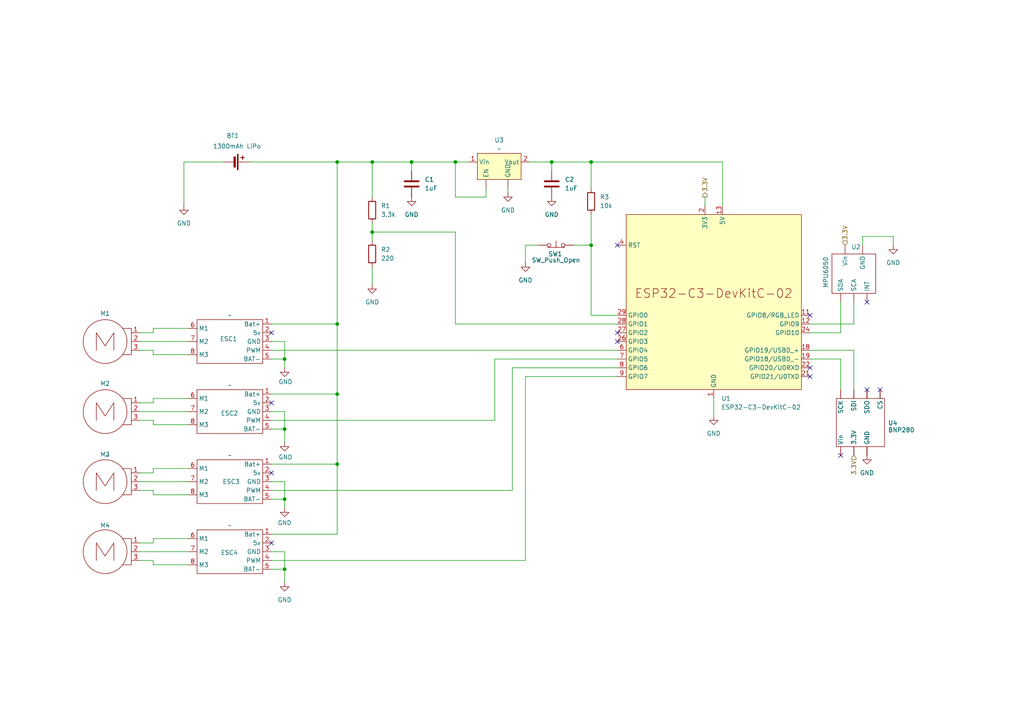
<source format=kicad_sch>
(kicad_sch (version 20231120) (generator "eeschema") (generator_version "8.0")
  (paper "A4")
  (title_block (title "Drone Schematic Period 2") (date "2024-12-20") (rev "1") (company "JS Drone Tech"))
  (lib_symbols
    (symbol "Device:Battery_Cell" (pin_numbers hide) (pin_names (offset 0) hide)
      (property "Reference" "BT" (at 2.54 2.54 0))
      (property "Value" "Battery_Cell" (at 2.54 0 0))
      (symbol "Battery_Cell_0_1"
        (rectangle (start -2.286 1.778) (end 2.286 1.524) (fill (type outline)))
        (rectangle (start -1.524 1.016) (end 1.524 0.508) (fill (type outline)))
        (polyline (pts (xy 0 0.762) (xy 0 0)))
        (polyline (pts (xy 0 1.778) (xy 0 2.54)))
        (polyline (pts (xy 0.762 3.048) (xy 1.778 3.048)) (stroke (width 0.254)))
        (polyline (pts (xy 1.27 3.556) (xy 1.27 2.54)) (stroke (width 0.254)))
      )
      (symbol "Battery_Cell_1_1"
        (pin passive line (at 0 5.08 270) (length 2.54) (name "+") (number "1"))
        (pin passive line (at 0 -2.54 90) (length 2.54) (name "-") (number "2"))
      )
    )
    (symbol "Device:C" (pin_numbers hide) (pin_names (offset 0.254))
      (property "Reference" "C" (at 0.635 2.54 0))
      (property "Value" "C" (at 0.635 -2.54 0))
      (symbol "C_0_1"
        (polyline (pts (xy -2.032 -0.762) (xy 2.032 -0.762)) (stroke (width 0.508)))
        (polyline (pts (xy -2.032 0.762) (xy 2.032 0.762)) (stroke (width 0.508)))
      )
      (symbol "C_1_1"
        (pin passive line (at 0 3.81 270) (length 2.794) (name "~") (number "1"))
        (pin passive line (at 0 -3.81 90) (length 2.794) (name "~") (number "2"))
      )
    )
    (symbol "Device:R" (pin_numbers hide) (pin_names (offset 0))
      (property "Reference" "R" (at 2.032 0 90))
      (property "Value" "R" (at 0 0 90))
      (symbol "R_0_1"
        (rectangle (start -1.016 -2.54) (end 1.016 2.54) (stroke (width 0.254)))
      )
      (symbol "R_1_1"
        (pin passive line (at 0 3.81 270) (length 1.27) (name "~") (number "1"))
        (pin passive line (at 0 -3.81 90) (length 1.27) (name "~") (number "2"))
      )
    )
    (symbol "Espressif:ESP32-C3-DevKitC-02"
      (property "Reference" "U" (at -25.4 30.48 0))
      (property "Value" "ESP32-C3-DevKitC-02" (at -25.4 27.94 0))
      (symbol "ESP32-C3-DevKitC-02_0_1"
        (rectangle (start -25.4 25.4) (end 25.4 -25.4) (fill (type background)))
      )
      (symbol "ESP32-C3-DevKitC-02_1_0"
        (text "ESP32-C3-DevKitC-02" (at 0 2.54 0) (effects (font (size 2.54 2.54))))
      )
      (symbol "ESP32-C3-DevKitC-02_1_1"
        (pin passive line (at 0 -27.94 90) (length 2.54) (name "GND") (number "1"))
        (pin passive line (at 0 -27.94 90) (length 2.54) hide (name "GND") (number "10"))
        (pin bidirectional line (at 27.94 -3.81 180) (length 2.54) (name "GPIO8/RGB_LED") (number "11"))
        (pin bidirectional line (at 27.94 -6.35 180) (length 2.54) (name "GPIO9") (number "12"))
        (pin power_in line (at 2.54 27.94 270) (length 2.54) (name "5V") (number "13"))
        (pin power_in line (at 2.54 27.94 270) (length 2.54) hide (name "5V") (number "14"))
        (pin passive line (at 0 -27.94 90) (length 2.54) hide (name "GND") (number "15"))
        (pin passive line (at 0 -27.94 90) (length 2.54) hide (name "GND") (number "16"))
        (pin passive line (at 0 -27.94 90) (length 2.54) hide (name "GND") (number "17"))
        (pin bidirectional line (at 27.94 -13.97 180) (length 2.54) (name "GPIO19/USBD_+") (number "18"))
        (pin bidirectional line (at 27.94 -16.51 180) (length 2.54) (name "GPIO18/USBD_-") (number "19"))
        (pin power_in line (at -2.54 27.94 270) (length 2.54) (name "3V3") (number "2"))
        (pin passive line (at 0 -27.94 90) (length 2.54) hide (name "GND") (number "20"))
        (pin bidirectional line (at 27.94 -21.59 180) (length 2.54) (name "GPIO21/U0TXD") (number "21"))
        (pin bidirectional line (at 27.94 -19.05 180) (length 2.54) (name "GPIO20/U0RXD") (number "22"))
        (pin passive line (at 0 -27.94 90) (length 2.54) hide (name "GND") (number "23"))
        (pin bidirectional line (at 27.94 -8.89 180) (length 2.54) (name "GPIO10") (number "24"))
        (pin passive line (at 0 -27.94 90) (length 2.54) hide (name "GND") (number "25"))
        (pin bidirectional line (at -27.94 -11.43 0) (length 2.54) (name "GPIO3") (number "26"))
        (pin bidirectional line (at -27.94 -8.89 0) (length 2.54) (name "GPIO2") (number "27"))
        (pin bidirectional line (at -27.94 -6.35 0) (length 2.54) (name "GPIO1") (number "28"))
        (pin bidirectional line (at -27.94 -3.81 0) (length 2.54) (name "GPIO0") (number "29"))
        (pin power_in line (at -2.54 27.94 270) (length 2.54) hide (name "3V3") (number "3"))
        (pin passive line (at 0 -27.94 90) (length 2.54) hide (name "GND") (number "30"))
        (pin output line (at -27.94 16.51 0) (length 2.54) (name "RST") (number "4"))
        (pin passive line (at 0 -27.94 90) (length 2.54) hide (name "GND") (number "5"))
        (pin bidirectional line (at -27.94 -13.97 0) (length 2.54) (name "GPIO4") (number "6"))
        (pin bidirectional line (at -27.94 -16.51 0) (length 2.54) (name "GPIO5") (number "7"))
        (pin bidirectional line (at -27.94 -19.05 0) (length 2.54) (name "GPIO6") (number "8"))
        (pin bidirectional line (at -27.94 -21.59 0) (length 2.54) (name "GPIO7") (number "9"))
      )
    )
    (symbol "JonasLib:BLDC_Motor"
      (property "Reference" "M" (at 0 7.874 0))
      (symbol "BLDC_Motor_0_1"
        (polyline (pts (xy 5.08 3.81) (xy 7.62 3.81) (xy 7.62 -3.81) (xy 5.08 -3.81)))
        (polyline (pts (xy -2.54 -2.54) (xy -2.54 2.54) (xy 0 -1.27) (xy 2.54 2.54) (xy 2.54 -2.54)))
        (circle (center 0 0) (radius 6.35))
      )
      (symbol "BLDC_Motor_1_1"
        (pin power_in line (at 10.16 2.54 180) (length 2.54) (name "") (number "1"))
        (pin power_in line (at 10.16 0 180) (length 2.54) (name "") (number "2"))
        (pin power_in line (at 10.16 -2.54 180) (length 2.54) (name "") (number "3"))
      )
    )
    (symbol "JonasLib:BNP280"
      (property "Reference" "U4" (at 12.446 -5.842 0))
      (property "Value" "BNP280" (at 12.446 -7.874 0))
      (symbol "BNP280_0_1"
        (rectangle (start -2.54 1.27) (end 11.43 -12.7))
      )
      (symbol "BNP280_1_1"
        (pin power_in line (at 2.54 -15.24 90) (length 2.54) (name "3.3V") (number ""))
        (pin input line (at 10.16 3.81 270) (length 2.54) (name "CS") (number ""))
        (pin power_in line (at 6.35 -15.24 90) (length 2.54) (name "GND") (number ""))
        (pin input line (at -1.27 3.81 270) (length 2.54) (name "SCK") (number ""))
        (pin input line (at 2.54 3.81 270) (length 2.54) (name "SDI") (number ""))
        (pin output line (at 6.35 3.81 270) (length 2.54) (name "SDO") (number ""))
        (pin power_in line (at -1.27 -15.24 90) (length 2.54) (name "Vin") (number ""))
      )
    )
    (symbol "JonasLib:Drone_ESC"
      (property "Reference" "ESC" (at 0.762 -1.524 0))
      (symbol "Drone_ESC_0_1"
        (rectangle (start -8.89 5.08) (end 10.16 -7.62))
      )
      (symbol "Drone_ESC_1_1"
        (pin power_in line (at 12.7 3.81 180) (length 2.54) (name "Bat+") (number "1"))
        (pin power_out line (at 12.7 1.27 180) (length 2.54) (name "5v") (number "2"))
        (pin power_in line (at 12.7 -1.27 180) (length 2.54) (name "GND") (number "3"))
        (pin input line (at 12.7 -3.81 180) (length 2.54) (name "PWM") (number "4"))
        (pin power_in line (at 12.7 -6.35 180) (length 2.54) (name "BAT-") (number "5"))
        (pin power_out line (at -11.43 2.54 0) (length 2.54) (name "M1") (number "6"))
        (pin power_out line (at -11.43 -1.27 0) (length 2.54) (name "M2") (number "7"))
        (pin power_out line (at -11.43 -5.08 0) (length 2.54) (name "M3") (number "8"))
      )
    )
    (symbol "JonasLib:KA78R05CTU"
      (property "Reference" "U" (at 0 0 0))
      (symbol "KA78R05CTU_1_1"
        (rectangle (start -6.35 -1.27) (end 6.35 -8.89) (fill (type background)))
        (pin input line (at -3.81 -11.43 90) (length 2.54) (name "EN") (number ""))
        (pin bidirectional line (at 2.54 -11.43 90) (length 2.54) (name "GND") (number ""))
        (pin input line (at -8.89 -3.81 0) (length 2.54) (name "Vin") (number "1"))
        (pin output line (at 8.89 -3.81 180) (length 2.54) (name "Vout") (number "2"))
      )
    )
    (symbol "JonasLib:MPU6050"
      (property "Reference" "U" (at 0.762 -1.27 0))
      (property "Value" "MPU6050" (at 1.016 6.35 0))
      (symbol "MPU6050_0_1"
        (rectangle (start -5.08 5.08) (end 6.35 -7.62))
      )
      (symbol "MPU6050_1_1"
        (pin power_in line (at 8.89 -3.81 180) (length 2.54) (name "GND") (number ""))
        (pin power_in line (at -7.62 -5.08 0) (length 2.54) (name "INT") (number ""))
        (pin power_in line (at -7.62 -1.27 0) (length 2.54) (name "SCA") (number ""))
        (pin power_in line (at -7.62 2.54 0) (length 2.54) (name "SDA") (number ""))
        (pin power_in line (at 8.89 1.27 180) (length 2.54) (name "Vin") (number ""))
      )
    )
    (symbol "Switch:SW_Push_Open" (pin_numbers hide) (pin_names (offset 1.016) hide)
      (property "Reference" "SW" (at 0 2.54 0))
      (property "Value" "SW_Push_Open" (at 0 -1.905 0))
      (symbol "SW_Push_Open_0_1"
        (circle (center -2.032 0) (radius 0.508))
        (polyline (pts (xy -2.54 -0.635) (xy 2.54 -0.635)))
        (polyline (pts (xy 0 -0.635) (xy 0 1.27)))
        (circle (center 2.032 0) (radius 0.508))
        (pin passive line (at -5.08 0 0) (length 2.54) (name "A") (number "1"))
      )
      (symbol "SW_Push_Open_1_1"
        (pin passive line (at 5.08 0 180) (length 2.54) (name "B") (number "2"))
      )
    )
    (symbol "power:GND" (power) (pin_numbers hide) (pin_names (offset 0) hide)
      (property "Value" "GND" (at 0 -3.81 0))
      (symbol "GND_0_1"
        (polyline (pts (xy 0 0) (xy 0 -1.27) (xy 1.27 -1.27) (xy 0 -2.54) (xy -1.27 -1.27) (xy 0 -1.27)))
      )
      (symbol "GND_1_1"
        (pin power_in line (at 0 0 270) (length 0) (name "~") (number "1"))
      )
    )
  )
  (junction (at 132.08 46.99))
  (junction (at 171.45 71.12))
  (junction (at 97.79 134.62))
  (junction (at 97.79 93.98))
  (junction (at 107.95 67.31))
  (junction (at 160.02 46.99))
  (junction (at 97.79 114.3))
  (junction (at 119.38 46.99))
  (junction (at 171.45 46.99))
  (junction (at 82.55 104.14))
  (junction (at 82.55 165.1))
  (junction (at 82.55 144.78))
  (junction (at 107.95 46.99))
  (junction (at 82.55 124.46))
  (junction (at 97.79 46.99))
  (no_connect (at 179.07 96.52))
  (no_connect (at 78.74 96.52))
  (no_connect (at 234.95 106.68))
  (no_connect (at 78.74 116.84))
  (no_connect (at 234.95 109.22))
  (no_connect (at 78.74 157.48))
  (no_connect (at 251.46 113.03))
  (no_connect (at 179.07 99.06))
  (no_connect (at 234.95 91.44))
  (no_connect (at 251.46 87.63))
  (no_connect (at 243.84 132.08))
  (no_connect (at 179.07 71.12))
  (no_connect (at 78.74 137.16))
  (no_connect (at 255.27 113.03))
  (wire (pts (xy 107.95 46.99) (xy 107.95 57.15)))
  (wire (pts (xy 132.08 93.98) (xy 179.07 93.98)))
  (wire (pts (xy 243.84 87.63) (xy 243.84 96.52)))
  (wire (pts (xy 148.59 142.24) (xy 148.59 106.68)))
  (wire (pts (xy 82.55 139.7) (xy 82.55 144.78)))
  (wire (pts (xy 82.55 106.68) (xy 82.55 104.14)))
  (wire (pts (xy 152.4 71.12) (xy 156.21 71.12)))
  (wire (pts (xy 143.51 104.14) (xy 179.07 104.14)))
  (wire (pts (xy 54.61 156.21) (xy 44.45 156.21)))
  (wire (pts (xy 44.45 115.57) (xy 54.61 115.57)))
  (wire (pts (xy 132.08 67.31) (xy 132.08 93.98)))
  (wire (pts (xy 82.55 99.06) (xy 78.74 99.06)))
  (wire (pts (xy 82.55 168.91) (xy 82.55 165.1)))
  (wire (pts (xy 44.45 135.89) (xy 54.61 135.89)))
  (wire (pts (xy 179.07 109.22) (xy 152.4 109.22)))
  (wire (pts (xy 143.51 104.14) (xy 143.51 121.92)))
  (wire (pts (xy 82.55 147.32) (xy 82.55 144.78)))
  (wire (pts (xy 40.64 160.02) (xy 54.61 160.02)))
  (wire (pts (xy 148.59 106.68) (xy 179.07 106.68)))
  (wire (pts (xy 140.97 57.15) (xy 132.08 57.15)))
  (wire (pts (xy 44.45 96.52) (xy 40.64 96.52)))
  (wire (pts (xy 153.67 46.99) (xy 160.02 46.99)))
  (wire (pts (xy 54.61 163.83) (xy 44.45 163.83)))
  (wire (pts (xy 119.38 46.99) (xy 119.38 49.53)))
  (wire (pts (xy 171.45 46.99) (xy 171.45 54.61)))
  (wire (pts (xy 40.64 99.06) (xy 54.61 99.06)))
  (wire (pts (xy 44.45 123.19) (xy 44.45 121.92)))
  (wire (pts (xy 171.45 91.44) (xy 179.07 91.44)))
  (wire (pts (xy 78.74 162.56) (xy 152.4 162.56)))
  (wire (pts (xy 234.95 101.6) (xy 247.65 101.6)))
  (wire (pts (xy 107.95 64.77) (xy 107.95 67.31)))
  (wire (pts (xy 107.95 67.31) (xy 107.95 69.85)))
  (wire (pts (xy 54.61 102.87) (xy 44.45 102.87)))
  (wire (pts (xy 259.08 68.58) (xy 259.08 71.12)))
  (wire (pts (xy 44.45 143.51) (xy 54.61 143.51)))
  (wire (pts (xy 40.64 139.7) (xy 54.61 139.7)))
  (wire (pts (xy 78.74 134.62) (xy 97.79 134.62)))
  (wire (pts (xy 234.95 93.98) (xy 247.65 93.98)))
  (wire (pts (xy 209.55 46.99) (xy 209.55 59.69)))
  (wire (pts (xy 247.65 93.98) (xy 247.65 87.63)))
  (wire (pts (xy 207.01 115.57) (xy 207.01 120.65)))
  (wire (pts (xy 250.19 68.58) (xy 259.08 68.58)))
  (wire (pts (xy 40.64 137.16) (xy 44.45 137.16)))
  (wire (pts (xy 44.45 137.16) (xy 44.45 135.89)))
  (wire (pts (xy 44.45 156.21) (xy 44.45 157.48)))
  (wire (pts (xy 78.74 142.24) (xy 148.59 142.24)))
  (wire (pts (xy 97.79 114.3) (xy 97.79 93.98)))
  (wire (pts (xy 82.55 144.78) (xy 78.74 144.78)))
  (wire (pts (xy 40.64 116.84) (xy 44.45 116.84)))
  (wire (pts (xy 107.95 46.99) (xy 97.79 46.99)))
  (wire (pts (xy 107.95 77.47) (xy 107.95 82.55)))
  (wire (pts (xy 53.34 59.69) (xy 53.34 46.99)))
  (wire (pts (xy 44.45 121.92) (xy 40.64 121.92)))
  (wire (pts (xy 247.65 101.6) (xy 247.65 113.03)))
  (wire (pts (xy 44.45 142.24) (xy 44.45 143.51)))
  (wire (pts (xy 44.45 102.87) (xy 44.45 101.6)))
  (wire (pts (xy 78.74 93.98) (xy 97.79 93.98)))
  (wire (pts (xy 234.95 104.14) (xy 243.84 104.14)))
  (wire (pts (xy 171.45 62.23) (xy 171.45 71.12)))
  (wire (pts (xy 44.45 101.6) (xy 40.64 101.6)))
  (wire (pts (xy 166.37 71.12) (xy 171.45 71.12)))
  (wire (pts (xy 54.61 95.25) (xy 44.45 95.25)))
  (wire (pts (xy 40.64 142.24) (xy 44.45 142.24)))
  (wire (pts (xy 53.34 46.99) (xy 64.77 46.99)))
  (wire (pts (xy 160.02 46.99) (xy 171.45 46.99)))
  (wire (pts (xy 171.45 71.12) (xy 171.45 91.44)))
  (wire (pts (xy 78.74 114.3) (xy 97.79 114.3)))
  (wire (pts (xy 44.45 162.56) (xy 40.64 162.56)))
  (wire (pts (xy 82.55 128.27) (xy 82.55 124.46)))
  (wire (pts (xy 107.95 67.31) (xy 132.08 67.31)))
  (wire (pts (xy 152.4 109.22) (xy 152.4 162.56)))
  (wire (pts (xy 160.02 46.99) (xy 160.02 49.53)))
  (wire (pts (xy 204.47 57.15) (xy 204.47 59.69)))
  (wire (pts (xy 78.74 121.92) (xy 143.51 121.92)))
  (wire (pts (xy 40.64 119.38) (xy 54.61 119.38)))
  (wire (pts (xy 152.4 76.2) (xy 152.4 71.12)))
  (wire (pts (xy 82.55 160.02) (xy 82.55 165.1)))
  (wire (pts (xy 132.08 46.99) (xy 119.38 46.99)))
  (wire (pts (xy 171.45 46.99) (xy 209.55 46.99)))
  (wire (pts (xy 78.74 139.7) (xy 82.55 139.7)))
  (wire (pts (xy 140.97 54.61) (xy 140.97 57.15)))
  (wire (pts (xy 250.19 71.12) (xy 250.19 68.58)))
  (wire (pts (xy 97.79 134.62) (xy 97.79 154.94)))
  (wire (pts (xy 82.55 124.46) (xy 78.74 124.46)))
  (wire (pts (xy 82.55 165.1) (xy 78.74 165.1)))
  (wire (pts (xy 82.55 104.14) (xy 82.55 99.06)))
  (wire (pts (xy 72.39 46.99) (xy 97.79 46.99)))
  (wire (pts (xy 44.45 163.83) (xy 44.45 162.56)))
  (wire (pts (xy 44.45 95.25) (xy 44.45 96.52)))
  (wire (pts (xy 119.38 46.99) (xy 107.95 46.99)))
  (wire (pts (xy 82.55 119.38) (xy 82.55 124.46)))
  (wire (pts (xy 147.32 54.61) (xy 147.32 55.88)))
  (wire (pts (xy 243.84 96.52) (xy 234.95 96.52)))
  (wire (pts (xy 82.55 104.14) (xy 78.74 104.14)))
  (wire (pts (xy 78.74 101.6) (xy 179.07 101.6)))
  (wire (pts (xy 132.08 57.15) (xy 132.08 46.99)))
  (wire (pts (xy 243.84 104.14) (xy 243.84 113.03)))
  (wire (pts (xy 78.74 119.38) (xy 82.55 119.38)))
  (wire (pts (xy 132.08 46.99) (xy 135.89 46.99)))
  (wire (pts (xy 78.74 154.94) (xy 97.79 154.94)))
  (wire (pts (xy 78.74 160.02) (xy 82.55 160.02)))
  (wire (pts (xy 44.45 157.48) (xy 40.64 157.48)))
  (wire (pts (xy 97.79 46.99) (xy 97.79 93.98)))
  (wire (pts (xy 44.45 116.84) (xy 44.45 115.57)))
  (wire (pts (xy 97.79 114.3) (xy 97.79 134.62)))
  (wire (pts (xy 54.61 123.19) (xy 44.45 123.19)))
  (hierarchical_label "3.3V" (shape input) (at 247.65 132.08 270))
  (hierarchical_label "3.3V" (shape output) (at 204.47 57.15 90))
  (hierarchical_label "3.3V" (shape input) (at 245.11 71.12 90))
  (symbol (lib_id "power:GND") (at 160.02 57.15 0) (unit 1)
    (property "Reference" "#PWR08" (effects (hide yes)))
    (property "Value" "GND" (at 160.02 62.23 0))
    (property "Description" "Power symbol creates a global label with name \"GND\" , ground" (effects (hide yes)))
  )
  (symbol (lib_id "Espressif:ESP32-C3-DevKitC-02") (at 207.01 87.63 0) (unit 1)
    (property "Reference" "U1" (at 209.2041 115.57 0) (effects (justify left)))
    (property "Value" "ESP32-C3-DevKitC-02" (at 209.2041 118.11 0) (effects (justify left)))
    (property "Footprint" "PCM_Espressif:ESP32-C3-DevKitC-02" (effects (hide yes)))
    (property "Datasheet" "https://www.espressif.com/sites/default/files/documentation/esp32-c3_datasheet_en.pdf" (effects (hide yes)))
    (property "Description" "ESP32-C3-DevKitC-02 is an entry-level development board based on ESP32-C3-WROOM-02, a general-purpose module with 4 MB SPI flash. This board integrates complete Wi-Fi and Bluetooth® Low Energy functions." (effects (hide yes)))
  )
  (symbol (lib_id "JonasLib:BLDC_Motor") (at 30.48 139.7 0) (unit 1)
    (property "Reference" "M3" (at 30.48 131.826 0))
    (property "Value" "~" (at 31.115 132.08 0))
  )
  (symbol (lib_id "JonasLib:BLDC_Motor") (at 30.48 160.02 0) (unit 1)
    (property "Reference" "M4" (at 30.48 152.4 0))
    (property "Value" "~" (at 31.115 152.4 0))
  )
  (symbol (lib_id "power:GND") (at 152.4 76.2 0) (mirror y) (unit 1)
    (property "Reference" "#PWR011" (effects (hide yes)))
    (property "Value" "GND" (at 152.4 81.28 0))
    (property "Description" "Power symbol creates a global label with name \"GND\" , ground" (effects (hide yes)))
  )
  (symbol (lib_id "Device:R") (at 171.45 58.42 0) (unit 1)
    (property "Reference" "R3" (at 173.99 57.1499 0) (effects (justify left)))
    (property "Value" "10k" (at 173.99 59.6899 0) (effects (justify left)))
    (property "Description" "Resistor" (effects (hide yes)))
  )
  (symbol (lib_id "Switch:SW_Push_Open") (at 161.29 71.12 0) (mirror y) (unit 1)
    (property "Reference" "SW1" (at 159.004 73.66 0) (effects (justify right)))
    (property "Value" "SW_Push_Open" (at 154.178 75.438 0) (effects (justify right)))
    (property "Description" "Push button switch, push-to-open, generic, two pins" (effects (hide yes)))
  )
  (symbol (lib_id "JonasLib:Drone_ESC") (at 66.04 97.79 0) (unit 1)
    (property "Reference" "ESC1" (at 66.294 98.298 0))
    (property "Value" "~" (at 66.675 91.44 0))
  )
  (symbol (lib_id "power:GND") (at 147.32 55.88 0) (unit 1)
    (property "Reference" "#PWR02" (effects (hide yes)))
    (property "Value" "GND" (at 147.32 60.96 0))
    (property "Description" "Power symbol creates a global label with name \"GND\" , ground" (effects (hide yes)))
  )
  (symbol (lib_id "JonasLib:Drone_ESC") (at 66.04 138.43 0) (unit 1)
    (property "Reference" "ESC3" (at 67.056 139.7 0))
    (property "Value" "~" (at 66.675 132.08 0))
  )
  (symbol (lib_id "JonasLib:BLDC_Motor") (at 30.48 99.06 0) (unit 1)
    (property "Reference" "M1" (at 30.48 90.932 0))
    (property "Value" "~" (at 31.115 91.44 0))
  )
  (symbol (lib_id "JonasLib:Drone_ESC") (at 66.04 118.11 0) (unit 1)
    (property "Reference" "ESC2" (at 66.548 119.888 0))
    (property "Value" "~" (at 66.675 111.76 0))
  )
  (symbol (lib_id "power:GND") (at 82.55 168.91 0) (unit 1)
    (property "Reference" "#PWR015" (effects (hide yes)))
    (property "Value" "GND" (at 82.55 173.99 0))
    (property "Description" "Power symbol creates a global label with name \"GND\" , ground" (effects (hide yes)))
  )
  (symbol (lib_id "Device:C") (at 119.38 53.34 0) (unit 1)
    (property "Reference" "C1" (at 123.19 52.0699 0) (effects (justify left)))
    (property "Value" "1uF" (at 123.19 54.6099 0) (effects (justify left)))
    (property "Description" "Unpolarized capacitor" (effects (hide yes)))
  )
  (symbol (lib_id "power:GND") (at 107.95 82.55 0) (unit 1)
    (property "Reference" "#PWR09" (effects (hide yes)))
    (property "Value" "GND" (at 107.95 87.63 0))
    (property "Description" "Power symbol creates a global label with name \"GND\" , ground" (effects (hide yes)))
  )
  (symbol (lib_id "Device:Battery_Cell") (at 67.31 46.99 270) (mirror x) (unit 1)
    (property "Reference" "BT1" (at 69.342 39.37 90) (effects (justify right)))
    (property "Value" "1300mAh LiPo" (at 61.722 42.418 90) (effects (justify left)))
    (property "Description" "Single-cell battery" (effects (hide yes)))
  )
  (symbol (lib_id "power:GND") (at 119.38 57.15 0) (unit 1)
    (property "Reference" "#PWR03" (effects (hide yes)))
    (property "Value" "GND" (at 119.38 62.23 0))
    (property "Description" "Power symbol creates a global label with name \"GND\" , ground" (effects (hide yes)))
  )
  (symbol (lib_id "Device:R") (at 107.95 60.96 0) (unit 1)
    (property "Reference" "R1" (at 110.49 59.6899 0) (effects (justify left)))
    (property "Value" "3.3k" (at 110.49 62.2299 0) (effects (justify left)))
    (property "Description" "Resistor" (effects (hide yes)))
  )
  (symbol (lib_id "power:GND") (at 251.46 132.08 0) (unit 1)
    (property "Reference" "#PWR017" (effects (hide yes)))
    (property "Value" "GND" (at 251.46 137.16 0))
    (property "Description" "Power symbol creates a global label with name \"GND\" , ground" (effects (hide yes)))
  )
  (symbol (lib_id "power:GND") (at 207.01 120.65 0) (unit 1)
    (property "Reference" "#PWR016" (effects (hide yes)))
    (property "Value" "GND" (at 207.01 125.73 0))
    (property "Description" "Power symbol creates a global label with name \"GND\" , ground" (effects (hide yes)))
  )
  (symbol (lib_id "power:GND") (at 82.55 147.32 0) (unit 1)
    (property "Reference" "#PWR013" (effects (hide yes)))
    (property "Value" "GND" (at 82.55 151.638 0))
    (property "Description" "Power symbol creates a global label with name \"GND\" , ground" (effects (hide yes)))
  )
  (symbol (lib_id "power:GND") (at 82.55 106.68 0) (unit 1)
    (property "Reference" "#PWR05" (effects (hide yes)))
    (property "Value" "GND" (at 82.804 110.744 0))
    (property "Description" "Power symbol creates a global label with name \"GND\" , ground" (effects (hide yes)))
  )
  (symbol (lib_id "JonasLib:BNP280") (at 245.11 116.84 0) (unit 1)
    (property "Reference" "U4" (at 257.556 122.682 0) (effects (justify left)))
    (property "Value" "BNP280" (at 257.556 124.714 0) (effects (justify left)))
  )
  (symbol (lib_id "power:GND") (at 53.34 59.69 0) (unit 1)
    (property "Reference" "#PWR01" (effects (hide yes)))
    (property "Value" "GND" (at 53.34 64.77 0))
    (property "Description" "Power symbol creates a global label with name \"GND\" , ground" (effects (hide yes)))
  )
  (symbol (lib_id "power:GND") (at 82.55 128.27 0) (unit 1)
    (property "Reference" "#PWR07" (effects (hide yes)))
    (property "Value" "GND" (at 82.804 132.588 0))
    (property "Description" "Power symbol creates a global label with name \"GND\" , ground" (effects (hide yes)))
  )
  (symbol (lib_id "JonasLib:KA78R05CTU") (at 144.78 43.18 0) (unit 1)
    (property "Reference" "U3" (at 144.78 40.64 0))
    (property "Value" "~" (at 144.78 43.18 0))
  )
  (symbol (lib_id "JonasLib:MPU6050") (at 246.38 80.01 90) (unit 1)
    (property "Reference" "U2" (at 246.888 71.628 90) (effects (justify right)))
    (property "Value" "MPU6050" (at 239.522 74.422 0) (effects (justify right)))
  )
  (symbol (lib_id "JonasLib:Drone_ESC") (at 66.04 158.75 0) (unit 1)
    (property "Reference" "ESC4" (at 66.548 160.274 0))
    (property "Value" "~" (at 66.675 152.4 0))
  )
  (symbol (lib_id "Device:C") (at 160.02 53.34 0) (unit 1)
    (property "Reference" "C2" (at 163.83 52.0699 0) (effects (justify left)))
    (property "Value" "1uF" (at 163.83 54.6099 0) (effects (justify left)))
    (property "Description" "Unpolarized capacitor" (effects (hide yes)))
  )
  (symbol (lib_id "Device:R") (at 107.95 73.66 0) (unit 1)
    (property "Reference" "R2" (at 110.49 72.3899 0) (effects (justify left)))
    (property "Value" "220" (at 110.49 74.9299 0) (effects (justify left)))
    (property "Description" "Resistor" (effects (hide yes)))
  )
  (symbol (lib_id "JonasLib:BLDC_Motor") (at 30.48 119.38 0) (unit 1)
    (property "Reference" "M2" (at 30.48 111.252 0))
    (property "Value" "~" (at 31.115 111.76 0))
  )
  (symbol (lib_id "power:GND") (at 259.08 71.12 0) (unit 1)
    (property "Reference" "#PWR010" (effects (hide yes)))
    (property "Value" "GND" (at 259.08 76.2 0))
    (property "Description" "Power symbol creates a global label with name \"GND\" , ground" (effects (hide yes)))
  )
)
</source>
